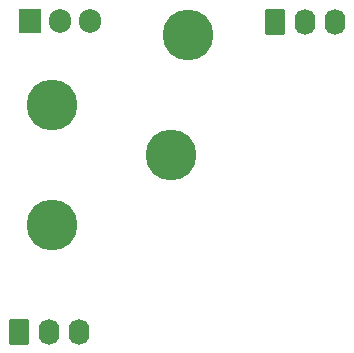
<source format=gbr>
%TF.GenerationSoftware,KiCad,Pcbnew,(6.0.1-0)*%
%TF.CreationDate,2023-01-23T11:43:20-05:00*%
%TF.ProjectId,Bias Coil Driver Full,42696173-2043-46f6-996c-204472697665,rev?*%
%TF.SameCoordinates,Original*%
%TF.FileFunction,Soldermask,Bot*%
%TF.FilePolarity,Negative*%
%FSLAX46Y46*%
G04 Gerber Fmt 4.6, Leading zero omitted, Abs format (unit mm)*
G04 Created by KiCad (PCBNEW (6.0.1-0)) date 2023-01-23 11:43:20*
%MOMM*%
%LPD*%
G01*
G04 APERTURE LIST*
G04 Aperture macros list*
%AMRoundRect*
0 Rectangle with rounded corners*
0 $1 Rounding radius*
0 $2 $3 $4 $5 $6 $7 $8 $9 X,Y pos of 4 corners*
0 Add a 4 corners polygon primitive as box body*
4,1,4,$2,$3,$4,$5,$6,$7,$8,$9,$2,$3,0*
0 Add four circle primitives for the rounded corners*
1,1,$1+$1,$2,$3*
1,1,$1+$1,$4,$5*
1,1,$1+$1,$6,$7*
1,1,$1+$1,$8,$9*
0 Add four rect primitives between the rounded corners*
20,1,$1+$1,$2,$3,$4,$5,0*
20,1,$1+$1,$4,$5,$6,$7,0*
20,1,$1+$1,$6,$7,$8,$9,0*
20,1,$1+$1,$8,$9,$2,$3,0*%
G04 Aperture macros list end*
%ADD10RoundRect,0.250000X-0.620000X-0.845000X0.620000X-0.845000X0.620000X0.845000X-0.620000X0.845000X0*%
%ADD11O,1.740000X2.190000*%
%ADD12C,4.300000*%
%ADD13R,1.905000X2.000000*%
%ADD14O,1.905000X2.000000*%
G04 APERTURE END LIST*
D10*
%TO.C,J2*%
X90970000Y-47075000D03*
D11*
X93510000Y-47075000D03*
X96050000Y-47075000D03*
%TD*%
D10*
%TO.C,J4*%
X69270000Y-73335000D03*
D11*
X71810000Y-73335000D03*
X74350000Y-73335000D03*
%TD*%
D12*
%TO.C,H3*%
X72050000Y-54165000D03*
%TD*%
%TO.C,H2*%
X83600000Y-48205000D03*
%TD*%
%TO.C,H1*%
X72050000Y-64315000D03*
%TD*%
%TO.C,H4*%
X82200000Y-58355000D03*
%TD*%
D13*
%TO.C,U9*%
X70210000Y-47055000D03*
D14*
X72750000Y-47055000D03*
X75290000Y-47055000D03*
%TD*%
M02*

</source>
